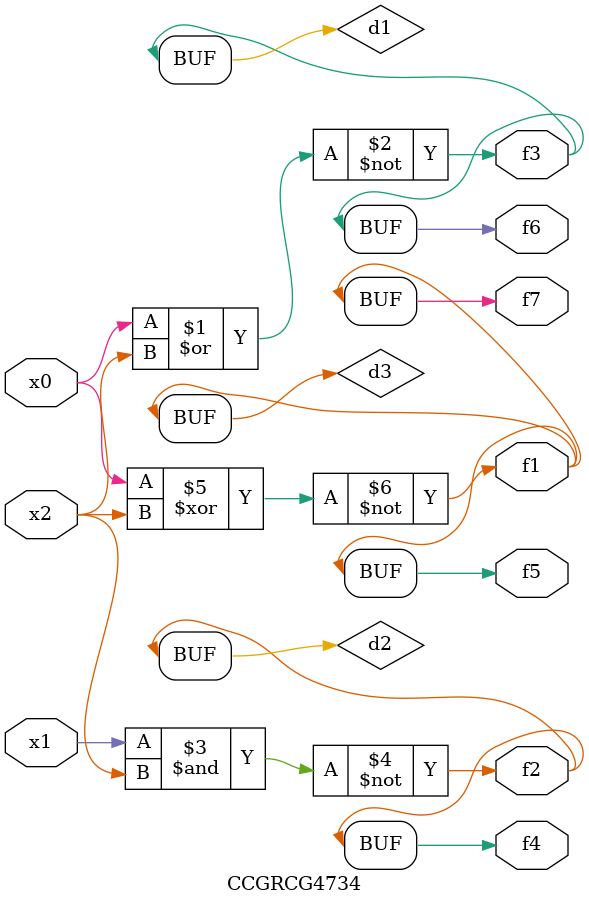
<source format=v>
module CCGRCG4734(
	input x0, x1, x2,
	output f1, f2, f3, f4, f5, f6, f7
);

	wire d1, d2, d3;

	nor (d1, x0, x2);
	nand (d2, x1, x2);
	xnor (d3, x0, x2);
	assign f1 = d3;
	assign f2 = d2;
	assign f3 = d1;
	assign f4 = d2;
	assign f5 = d3;
	assign f6 = d1;
	assign f7 = d3;
endmodule

</source>
